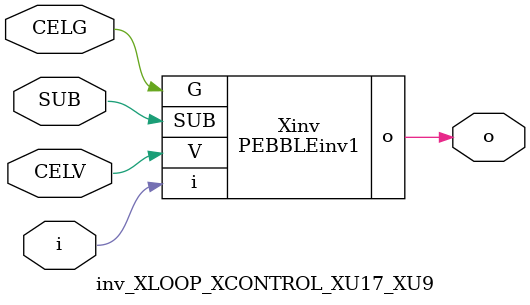
<source format=v>



module PEBBLEinv1 ( o, G, SUB, V, i );

  input V;
  input i;
  input G;
  output o;
  input SUB;
endmodule

//Celera Confidential Do Not Copy inv_XLOOP_XCONTROL_XU17_XU9
//Celera Confidential Symbol Generator
//5V Inverter
module inv_XLOOP_XCONTROL_XU17_XU9 (CELV,CELG,i,o,SUB);
input CELV;
input CELG;
input i;
input SUB;
output o;

//Celera Confidential Do Not Copy inv
PEBBLEinv1 Xinv(
.V (CELV),
.i (i),
.o (o),
.SUB (SUB),
.G (CELG)
);
//,diesize,PEBBLEinv1

//Celera Confidential Do Not Copy Module End
//Celera Schematic Generator
endmodule

</source>
